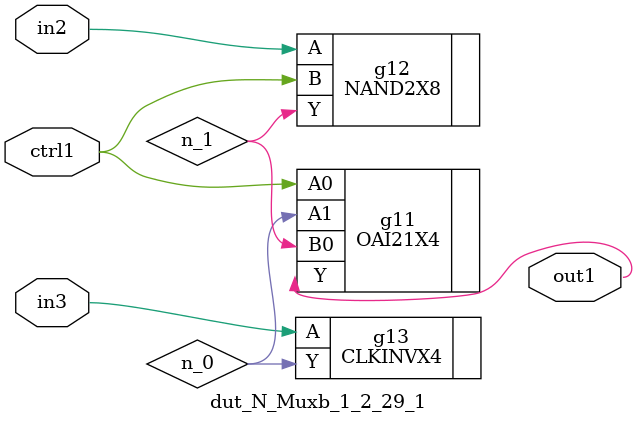
<source format=v>
`timescale 1ps / 1ps


module dut_N_Muxb_1_2_29_1(in3, in2, ctrl1, out1);
  input in3, in2, ctrl1;
  output out1;
  wire in3, in2, ctrl1;
  wire out1;
  wire n_0, n_1;
  OAI21X4 g11(.A0 (ctrl1), .A1 (n_0), .B0 (n_1), .Y (out1));
  NAND2X8 g12(.A (in2), .B (ctrl1), .Y (n_1));
  CLKINVX4 g13(.A (in3), .Y (n_0));
endmodule



</source>
